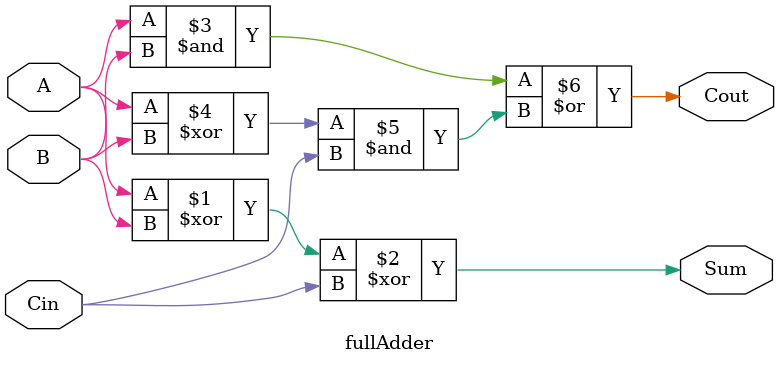
<source format=v>

module fullAdder(
	// Declare the inputs and outputs
	input A, B, Cin,
	output Sum, Cout
);

// Asynchronous outputs
assign Sum = (A ^ B) ^ Cin;
assign Cout = (A & B) | ((A ^ B) & Cin);

endmodule

</source>
